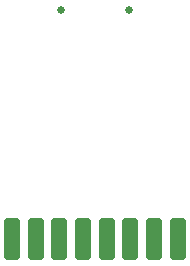
<source format=gbr>
%TF.GenerationSoftware,KiCad,Pcbnew,9.0.6-1.fc43*%
%TF.CreationDate,2025-12-11T01:11:35+10:30*%
%TF.ProjectId,fastboot_breakout,66617374-626f-46f7-945f-627265616b6f,1.1*%
%TF.SameCoordinates,Original*%
%TF.FileFunction,Soldermask,Bot*%
%TF.FilePolarity,Negative*%
%FSLAX46Y46*%
G04 Gerber Fmt 4.6, Leading zero omitted, Abs format (unit mm)*
G04 Created by KiCad (PCBNEW 9.0.6-1.fc43) date 2025-12-11 01:11:35*
%MOMM*%
%LPD*%
G01*
G04 APERTURE LIST*
G04 Aperture macros list*
%AMRoundRect*
0 Rectangle with rounded corners*
0 $1 Rounding radius*
0 $2 $3 $4 $5 $6 $7 $8 $9 X,Y pos of 4 corners*
0 Add a 4 corners polygon primitive as box body*
4,1,4,$2,$3,$4,$5,$6,$7,$8,$9,$2,$3,0*
0 Add four circle primitives for the rounded corners*
1,1,$1+$1,$2,$3*
1,1,$1+$1,$4,$5*
1,1,$1+$1,$6,$7*
1,1,$1+$1,$8,$9*
0 Add four rect primitives between the rounded corners*
20,1,$1+$1,$2,$3,$4,$5,0*
20,1,$1+$1,$4,$5,$6,$7,0*
20,1,$1+$1,$6,$7,$8,$9,0*
20,1,$1+$1,$8,$9,$2,$3,0*%
G04 Aperture macros list end*
%ADD10RoundRect,0.195000X0.455000X1.555000X-0.455000X1.555000X-0.455000X-1.555000X0.455000X-1.555000X0*%
%ADD11C,0.650000*%
G04 APERTURE END LIST*
D10*
%TO.C,J1*%
X152592857Y-110721000D03*
X150592857Y-110721000D03*
X148592857Y-110721000D03*
X146592857Y-110721000D03*
X144592857Y-110721000D03*
X142592857Y-110721000D03*
X140592857Y-110721000D03*
X138592857Y-110721000D03*
%TD*%
D11*
%TO.C,J4*%
X148482857Y-91326000D03*
X142702857Y-91326000D03*
%TD*%
M02*

</source>
